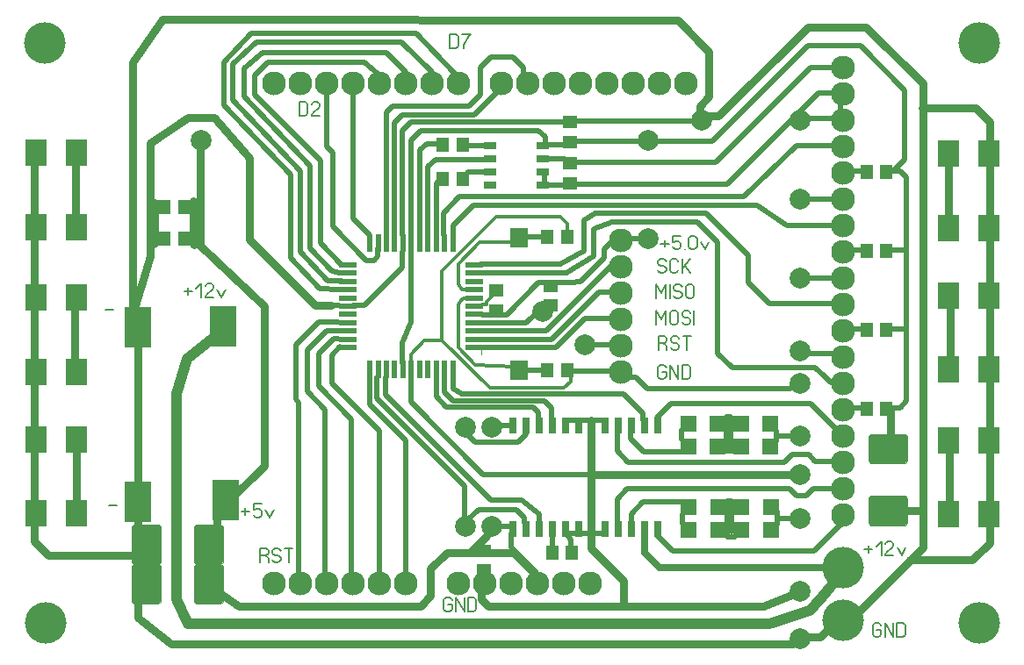
<source format=gbr>
%FSLAX34Y34*%
%MOMM*%
%LNCOPPER_TOP*%
G71*
G01*
%ADD10C, 2.300*%
%ADD11C, 0.170*%
%ADD12R, 1.800X0.600*%
%ADD13R, 0.600X1.800*%
%ADD14C, 0.100*%
%ADD15R, 1.800X1.900*%
%ADD16R, 1.300X1.400*%
%ADD17C, 0.300*%
%ADD18C, 0.500*%
%ADD19R, 1.600X1.600*%
%ADD20R, 0.670X1.600*%
%ADD21C, 2.000*%
%ADD22C, 0.800*%
%ADD23R, 1.270X0.650*%
%ADD24R, 1.400X1.300*%
%ADD25C, 4.000*%
%ADD26C, 0.700*%
%ADD27R, 2.500X4.000*%
%ADD28C, 1.000*%
%ADD29C, 0.000*%
%ADD30R, 0.500X0.500*%
%ADD31R, 2.000X2.500*%
%LPD*%
X252412Y-70325D02*
G54D10*
D03*
X277812Y-70325D02*
G54D10*
D03*
X303212Y-70325D02*
G54D10*
D03*
X328612Y-70325D02*
G54D10*
D03*
X354012Y-70325D02*
G54D10*
D03*
X379412Y-70325D02*
G54D10*
D03*
X404812Y-70325D02*
G54D10*
D03*
X430212Y-70325D02*
G54D10*
D03*
X471488Y-70325D02*
G54D10*
D03*
X496888Y-70325D02*
G54D10*
D03*
X522288Y-70325D02*
G54D10*
D03*
X547688Y-70325D02*
G54D10*
D03*
X573088Y-70325D02*
G54D10*
D03*
X598488Y-70325D02*
G54D10*
D03*
X623888Y-70325D02*
G54D10*
D03*
X649288Y-70325D02*
G54D10*
D03*
X252412Y-552925D02*
G54D10*
D03*
X277812Y-552925D02*
G54D10*
D03*
X303212Y-552925D02*
G54D10*
D03*
X328612Y-552925D02*
G54D10*
D03*
X354012Y-552925D02*
G54D10*
D03*
X379412Y-552925D02*
G54D10*
D03*
X430212Y-552925D02*
G54D10*
D03*
X455612Y-552925D02*
G54D10*
D03*
X481012Y-552925D02*
G54D10*
D03*
X506412Y-552925D02*
G54D10*
D03*
X531812Y-552925D02*
G54D10*
D03*
X557212Y-552925D02*
G54D10*
D03*
G54D11*
X242950Y-525415D02*
X245950Y-527081D01*
X246950Y-528748D01*
X246950Y-532081D01*
G54D11*
X238950Y-532081D02*
X238950Y-518748D01*
X243950Y-518748D01*
X245950Y-519581D01*
X246950Y-521248D01*
X246950Y-522915D01*
X245950Y-524581D01*
X243950Y-525415D01*
X238950Y-525415D01*
G54D11*
X250650Y-529581D02*
X251650Y-531248D01*
X253650Y-532081D01*
X255650Y-532081D01*
X257650Y-531248D01*
X258650Y-529581D01*
X258650Y-527915D01*
X257650Y-526248D01*
X255650Y-525415D01*
X253650Y-525415D01*
X251650Y-524581D01*
X250650Y-522915D01*
X250650Y-521248D01*
X251650Y-519581D01*
X253650Y-518748D01*
X255650Y-518748D01*
X257650Y-519581D01*
X258650Y-521248D01*
G54D11*
X266350Y-532081D02*
X266350Y-518748D01*
G54D11*
X262350Y-518748D02*
X270350Y-518748D01*
G54D11*
X276600Y-101075D02*
X276600Y-87742D01*
X281600Y-87742D01*
X283600Y-88575D01*
X284600Y-90242D01*
X284600Y-98575D01*
X283600Y-100242D01*
X281600Y-101075D01*
X276600Y-101075D01*
G54D11*
X296300Y-101075D02*
X288300Y-101075D01*
X288300Y-100242D01*
X289300Y-98575D01*
X295300Y-93575D01*
X296300Y-91908D01*
X296300Y-90242D01*
X295300Y-88575D01*
X293300Y-87742D01*
X291300Y-87742D01*
X289300Y-88575D01*
X288300Y-90242D01*
G54D11*
X421856Y-35988D02*
X421856Y-22654D01*
X426856Y-22654D01*
X428856Y-23488D01*
X429856Y-25154D01*
X429856Y-33488D01*
X428856Y-35154D01*
X426856Y-35988D01*
X421856Y-35988D01*
G54D11*
X433556Y-22654D02*
X441556Y-22654D01*
X440556Y-24321D01*
X438556Y-26821D01*
X436556Y-30154D01*
X435556Y-32654D01*
X435556Y-35988D01*
X323658Y-245088D02*
G54D12*
D03*
X323657Y-253088D02*
G54D12*
D03*
X323657Y-261088D02*
G54D12*
D03*
X323658Y-269088D02*
G54D12*
D03*
X323658Y-277088D02*
G54D12*
D03*
X323658Y-285088D02*
G54D12*
D03*
X323657Y-293088D02*
G54D12*
D03*
X323658Y-301088D02*
G54D12*
D03*
X323658Y-309088D02*
G54D12*
D03*
X323657Y-317088D02*
G54D12*
D03*
X323658Y-325088D02*
G54D12*
D03*
X344657Y-346088D02*
G54D13*
D03*
X352657Y-346088D02*
G54D13*
D03*
X360657Y-346088D02*
G54D13*
D03*
X368657Y-346088D02*
G54D13*
D03*
X376658Y-346088D02*
G54D13*
D03*
X384658Y-346088D02*
G54D13*
D03*
X392658Y-346088D02*
G54D13*
D03*
X400657Y-346088D02*
G54D13*
D03*
X408657Y-346088D02*
G54D13*
D03*
X416657Y-346088D02*
G54D13*
D03*
X424657Y-346088D02*
G54D13*
D03*
X445658Y-325088D02*
G54D12*
D03*
X445657Y-317088D02*
G54D12*
D03*
X445658Y-309088D02*
G54D12*
D03*
X445658Y-301088D02*
G54D12*
D03*
X445657Y-293088D02*
G54D12*
D03*
X445657Y-285088D02*
G54D12*
D03*
X445657Y-277088D02*
G54D12*
D03*
X445657Y-269088D02*
G54D12*
D03*
X445658Y-261088D02*
G54D12*
D03*
X445657Y-253088D02*
G54D12*
D03*
X445657Y-245088D02*
G54D12*
D03*
X424657Y-224088D02*
G54D13*
D03*
X416657Y-224088D02*
G54D13*
D03*
X408657Y-224088D02*
G54D13*
D03*
X400658Y-224088D02*
G54D13*
D03*
X392658Y-224088D02*
G54D13*
D03*
X384657Y-224088D02*
G54D13*
D03*
X376658Y-224088D02*
G54D13*
D03*
X368657Y-224088D02*
G54D13*
D03*
X360657Y-224088D02*
G54D13*
D03*
X352658Y-224088D02*
G54D13*
D03*
X344658Y-224088D02*
G54D13*
D03*
G54D14*
X451770Y-326676D02*
X451832Y-331501D01*
X488350Y-347125D02*
G54D15*
D03*
X488350Y-219225D02*
G54D15*
D03*
X534788Y-218138D02*
G54D16*
D03*
X515788Y-218138D02*
G54D16*
D03*
G54D17*
X483988Y-343550D02*
X445888Y-341962D01*
X430012Y-324500D01*
X430012Y-283225D01*
X433188Y-278462D01*
X439538Y-276875D01*
G54D17*
X482400Y-222900D02*
X450650Y-222900D01*
X430012Y-244331D01*
X430012Y-264175D01*
X433188Y-268938D01*
X439538Y-268938D01*
X534788Y-346725D02*
G54D16*
D03*
X515788Y-346725D02*
G54D16*
D03*
G54D18*
X512562Y-346725D02*
X493512Y-346725D01*
G54D18*
X512562Y-218138D02*
X495100Y-218138D01*
G54D18*
X328612Y-77469D02*
X328612Y-200500D01*
X344488Y-216375D01*
G54D18*
X352425Y-60800D02*
X339725Y-49688D01*
X246062Y-49688D01*
X233362Y-62388D01*
X233362Y-81438D01*
X296862Y-144938D01*
X296862Y-224312D01*
X317500Y-244950D01*
G54D18*
X379412Y-60800D02*
X379412Y-59212D01*
X360362Y-40162D01*
X241300Y-40162D01*
X223838Y-56038D01*
X223838Y-83025D01*
X287338Y-149700D01*
X287338Y-229075D01*
X307975Y-251300D01*
X315912Y-252888D01*
G54D18*
X404812Y-62388D02*
X404812Y-59212D01*
X374650Y-30638D01*
X234950Y-30638D01*
X212725Y-51275D01*
X212725Y-86200D01*
X277812Y-154462D01*
X277812Y-233044D01*
X304006Y-260825D01*
X317500Y-260825D01*
G54D18*
X427038Y-60800D02*
X427038Y-60800D01*
X389731Y-21906D01*
X230188Y-21906D01*
X203994Y-49688D01*
X203994Y-90962D01*
X268288Y-158431D01*
X268288Y-238600D01*
X296069Y-267969D01*
X315912Y-268762D01*
G54D18*
X379412Y-546575D02*
X379412Y-414812D01*
X344488Y-379888D01*
X344488Y-354488D01*
G54D18*
X354012Y-546575D02*
X354012Y-405288D01*
X307975Y-359250D01*
X307975Y-332262D01*
X315912Y-324325D01*
G54D18*
X327025Y-544988D02*
X327025Y-394175D01*
X295275Y-362425D01*
X295275Y-330675D01*
X309562Y-316388D01*
X314325Y-316388D01*
G54D18*
X301625Y-544988D02*
X301625Y-384650D01*
X284162Y-367188D01*
X284162Y-327500D01*
X303212Y-308450D01*
X314325Y-308450D01*
G54D18*
X276225Y-543400D02*
X276225Y-378300D01*
X273050Y-375125D01*
X273050Y-322738D01*
X295275Y-300512D01*
X314325Y-300512D01*
X703100Y-501356D02*
G54D19*
D03*
X731100Y-501356D02*
G54D19*
D03*
X703100Y-479131D02*
G54D19*
D03*
X731100Y-479131D02*
G54D19*
D03*
X652300Y-501356D02*
G54D19*
D03*
X680300Y-501356D02*
G54D19*
D03*
X652300Y-479131D02*
G54D19*
D03*
X680300Y-479131D02*
G54D19*
D03*
G54D18*
X645988Y-485506D02*
X645988Y-495031D01*
G54D18*
X696788Y-507731D02*
X688850Y-507731D01*
X688850Y-472806D01*
X693612Y-472806D01*
X693612Y-502969D01*
X482188Y-500175D02*
G54D20*
D03*
X494888Y-500175D02*
G54D20*
D03*
X507588Y-500175D02*
G54D20*
D03*
X520288Y-500175D02*
G54D20*
D03*
X532988Y-500175D02*
G54D20*
D03*
X545688Y-500175D02*
G54D20*
D03*
X558388Y-500175D02*
G54D20*
D03*
X571088Y-500175D02*
G54D20*
D03*
X583788Y-500175D02*
G54D20*
D03*
X596488Y-500175D02*
G54D20*
D03*
X609188Y-500175D02*
G54D20*
D03*
X621888Y-500175D02*
G54D20*
D03*
X621888Y-400175D02*
G54D20*
D03*
X609188Y-400175D02*
G54D20*
D03*
X596488Y-400175D02*
G54D20*
D03*
X583788Y-400175D02*
G54D20*
D03*
X571088Y-400175D02*
G54D20*
D03*
X558388Y-400175D02*
G54D20*
D03*
X545688Y-400175D02*
G54D20*
D03*
X532988Y-400175D02*
G54D20*
D03*
X520288Y-400175D02*
G54D20*
D03*
X507588Y-400175D02*
G54D20*
D03*
X494888Y-400175D02*
G54D20*
D03*
X482188Y-400175D02*
G54D20*
D03*
X702306Y-420394D02*
G54D19*
D03*
X730306Y-420394D02*
G54D19*
D03*
X702306Y-398169D02*
G54D19*
D03*
X730306Y-398169D02*
G54D19*
D03*
X651506Y-420394D02*
G54D19*
D03*
X679506Y-420394D02*
G54D19*
D03*
X651506Y-398169D02*
G54D19*
D03*
X679506Y-398169D02*
G54D19*
D03*
G54D18*
X645194Y-404544D02*
X645194Y-414069D01*
G54D18*
X695994Y-425181D02*
X688056Y-425181D01*
X688056Y-391844D01*
X692819Y-391844D01*
X692819Y-422006D01*
G54D18*
X737788Y-496244D02*
X737788Y-483544D01*
G54D18*
X736994Y-415281D02*
X736994Y-405756D01*
X539575Y-522638D02*
G54D16*
D03*
X520575Y-522638D02*
G54D16*
D03*
G54D18*
X571100Y-395438D02*
X536175Y-395438D01*
X461962Y-402112D02*
G54D21*
D03*
X436562Y-402112D02*
G54D21*
D03*
G54D18*
X468312Y-400525D02*
X481012Y-400525D01*
G54D18*
X438150Y-408462D02*
X446088Y-416400D01*
X487362Y-416400D01*
X495300Y-408462D01*
X461962Y-497362D02*
G54D21*
D03*
X436562Y-497362D02*
G54D21*
D03*
G54D18*
X468312Y-497362D02*
X479425Y-497362D01*
G54D18*
X439738Y-492600D02*
X439738Y-491012D01*
X449262Y-481488D01*
X485775Y-481488D01*
X493712Y-489425D01*
X493712Y-494188D01*
G54D18*
X520700Y-505300D02*
X520700Y-516412D01*
G54D18*
X538162Y-518000D02*
X538162Y-510062D01*
X533400Y-504506D01*
X569912Y-504506D01*
G54D18*
X351631Y-353694D02*
X351631Y-374331D01*
X435769Y-458469D01*
X435769Y-493394D01*
G54D18*
X359569Y-353694D02*
X359569Y-370362D01*
X461169Y-471962D01*
X491331Y-471962D01*
X508000Y-485456D01*
X508000Y-493394D01*
X507206Y-494188D01*
G54D18*
X596106Y-406081D02*
X596106Y-413225D01*
X608806Y-425925D01*
X644525Y-425925D01*
X645319Y-425131D01*
G54D18*
X596900Y-493394D02*
X596900Y-485456D01*
X608012Y-474344D01*
X646112Y-474344D01*
G54D18*
X481012Y-504506D02*
X481012Y-518000D01*
X505619Y-542606D01*
X800812Y-410131D02*
G54D10*
D03*
X800812Y-435531D02*
G54D10*
D03*
X800812Y-460931D02*
G54D10*
D03*
X800812Y-486331D02*
G54D10*
D03*
G54D18*
X621506Y-394175D02*
X621506Y-392588D01*
X635000Y-379094D01*
X769938Y-379094D01*
X796131Y-405288D01*
G54D18*
X621506Y-506094D02*
X636588Y-521175D01*
X773112Y-521175D01*
X798512Y-495775D01*
X759619Y-410844D02*
G54D21*
D03*
X759619Y-447356D02*
G54D21*
D03*
X759619Y-490219D02*
G54D21*
D03*
G54D18*
X583406Y-492600D02*
X583406Y-471169D01*
X592931Y-461644D01*
X749300Y-461644D01*
X755650Y-467994D01*
X765175Y-467994D01*
X772319Y-460850D01*
X792162Y-460850D01*
G54D18*
X583406Y-406875D02*
X583406Y-425131D01*
X593725Y-435450D01*
X744538Y-435450D01*
X751681Y-428306D01*
X767556Y-428306D01*
X773906Y-434656D01*
X793750Y-434656D01*
G54D18*
X737394Y-410050D02*
X751681Y-410050D01*
G54D18*
X738981Y-490219D02*
X754062Y-490219D01*
G54D22*
X752475Y-447356D02*
X558800Y-447356D01*
X586475Y-221256D02*
G54D10*
D03*
X586475Y-246656D02*
G54D10*
D03*
X586475Y-272056D02*
G54D10*
D03*
X586475Y-297456D02*
G54D10*
D03*
X586475Y-322856D02*
G54D10*
D03*
X586475Y-348256D02*
G54D10*
D03*
G54D18*
X451644Y-325119D02*
X523875Y-325119D01*
X551656Y-297338D01*
X578644Y-297338D01*
G54D11*
X620275Y-302688D02*
X620275Y-289354D01*
X625275Y-297688D01*
X630275Y-289354D01*
X630275Y-302688D01*
G54D11*
X641975Y-291854D02*
X641975Y-300188D01*
X640975Y-301854D01*
X638975Y-302688D01*
X636975Y-302688D01*
X634975Y-301854D01*
X633975Y-300188D01*
X633975Y-291854D01*
X634975Y-290188D01*
X636975Y-289354D01*
X638975Y-289354D01*
X640975Y-290188D01*
X641975Y-291854D01*
G54D11*
X645675Y-300188D02*
X646675Y-301854D01*
X648675Y-302688D01*
X650675Y-302688D01*
X652675Y-301854D01*
X653675Y-300188D01*
X653675Y-298521D01*
X652675Y-296854D01*
X650675Y-296021D01*
X648675Y-296021D01*
X646675Y-295188D01*
X645675Y-293521D01*
X645675Y-291854D01*
X646675Y-290188D01*
X648675Y-289354D01*
X650675Y-289354D01*
X652675Y-290188D01*
X653675Y-291854D01*
G54D11*
X657375Y-302688D02*
X657375Y-289354D01*
G54D11*
X620275Y-277288D02*
X620275Y-263954D01*
X625275Y-272288D01*
X630275Y-263954D01*
X630275Y-277288D01*
G54D11*
X633975Y-277288D02*
X633975Y-263954D01*
G54D11*
X637675Y-274788D02*
X638675Y-276454D01*
X640675Y-277288D01*
X642675Y-277288D01*
X644675Y-276454D01*
X645675Y-274788D01*
X645675Y-273121D01*
X644675Y-271454D01*
X642675Y-270621D01*
X640675Y-270621D01*
X638675Y-269788D01*
X637675Y-268121D01*
X637675Y-266454D01*
X638675Y-264788D01*
X640675Y-263954D01*
X642675Y-263954D01*
X644675Y-264788D01*
X645675Y-266454D01*
G54D11*
X657375Y-266454D02*
X657375Y-274788D01*
X656375Y-276454D01*
X654375Y-277288D01*
X652375Y-277288D01*
X650375Y-276454D01*
X649375Y-274788D01*
X649375Y-266454D01*
X650375Y-264788D01*
X652375Y-263954D01*
X654375Y-263954D01*
X656375Y-264788D01*
X657375Y-266454D01*
G54D11*
X622331Y-250181D02*
X623331Y-251848D01*
X625331Y-252681D01*
X627331Y-252681D01*
X629331Y-251848D01*
X630331Y-250181D01*
X630331Y-248515D01*
X629331Y-246848D01*
X627331Y-246015D01*
X625331Y-246015D01*
X623331Y-245181D01*
X622331Y-243515D01*
X622331Y-241848D01*
X623331Y-240181D01*
X625331Y-239348D01*
X627331Y-239348D01*
X629331Y-240181D01*
X630331Y-241848D01*
G54D11*
X642031Y-250181D02*
X641031Y-251848D01*
X639031Y-252681D01*
X637031Y-252681D01*
X635031Y-251848D01*
X634031Y-250181D01*
X634031Y-241848D01*
X635031Y-240181D01*
X637031Y-239348D01*
X639031Y-239348D01*
X641031Y-240181D01*
X642031Y-241848D01*
G54D11*
X645731Y-252681D02*
X645731Y-239348D01*
G54D11*
X645731Y-248515D02*
X653731Y-239348D01*
G54D11*
X648731Y-246015D02*
X653731Y-252681D01*
G54D18*
X450850Y-317181D02*
X519906Y-317181D01*
X565150Y-271938D01*
X577056Y-271938D01*
X577850Y-271144D01*
G54D18*
X450850Y-308450D02*
X515144Y-308450D01*
X577056Y-246538D01*
X511175Y-290194D02*
G54D21*
D03*
X551656Y-322738D02*
G54D21*
D03*
G54D11*
X627125Y-320627D02*
X630125Y-322294D01*
X631125Y-323960D01*
X631125Y-327294D01*
G54D11*
X623125Y-327294D02*
X623125Y-313960D01*
X628125Y-313960D01*
X630125Y-314794D01*
X631125Y-316460D01*
X631125Y-318127D01*
X630125Y-319794D01*
X628125Y-320627D01*
X623125Y-320627D01*
G54D11*
X634825Y-324794D02*
X635825Y-326460D01*
X637825Y-327294D01*
X639825Y-327294D01*
X641825Y-326460D01*
X642825Y-324794D01*
X642825Y-323127D01*
X641825Y-321460D01*
X639825Y-320627D01*
X637825Y-320627D01*
X635825Y-319794D01*
X634825Y-318127D01*
X634825Y-316460D01*
X635825Y-314794D01*
X637825Y-313960D01*
X639825Y-313960D01*
X641825Y-314794D01*
X642825Y-316460D01*
G54D11*
X650525Y-327294D02*
X650525Y-313960D01*
G54D11*
X646525Y-313960D02*
X654525Y-313960D01*
G54D11*
X626331Y-348408D02*
X630331Y-348408D01*
X630331Y-352575D01*
X629331Y-354242D01*
X627331Y-355075D01*
X625331Y-355075D01*
X623331Y-354242D01*
X622331Y-352575D01*
X622331Y-344242D01*
X623331Y-342575D01*
X625331Y-341742D01*
X627331Y-341742D01*
X629331Y-342575D01*
X630331Y-344242D01*
G54D11*
X634031Y-355075D02*
X634031Y-341742D01*
X642031Y-355075D01*
X642031Y-341742D01*
G54D11*
X645731Y-355075D02*
X645731Y-341742D01*
X650731Y-341742D01*
X652731Y-342575D01*
X653731Y-344242D01*
X653731Y-352575D01*
X652731Y-354242D01*
X650731Y-355075D01*
X645731Y-355075D01*
G54D11*
X624950Y-224623D02*
X632950Y-224623D01*
G54D11*
X628950Y-221290D02*
X628950Y-227956D01*
G54D11*
X644650Y-217123D02*
X636650Y-217123D01*
X636650Y-222956D01*
X637650Y-222956D01*
X639650Y-222123D01*
X641650Y-222123D01*
X643650Y-222956D01*
X644650Y-224623D01*
X644650Y-227956D01*
X643650Y-229623D01*
X641650Y-230456D01*
X639650Y-230456D01*
X637650Y-229623D01*
X636650Y-227956D01*
G54D11*
X648350Y-230456D02*
X648350Y-230456D01*
G54D11*
X660050Y-219623D02*
X660050Y-227956D01*
X659050Y-229623D01*
X657050Y-230456D01*
X655050Y-230456D01*
X653050Y-229623D01*
X652050Y-227956D01*
X652050Y-219623D01*
X653050Y-217956D01*
X655050Y-217123D01*
X657050Y-217123D01*
X659050Y-217956D01*
X660050Y-219623D01*
G54D11*
X663750Y-222956D02*
X667750Y-230456D01*
X671750Y-222956D01*
G54D18*
X556419Y-322738D02*
X580231Y-322738D01*
G54D18*
X451644Y-301306D02*
X495300Y-301306D01*
X513556Y-283050D01*
G54D18*
X534194Y-348138D02*
X582612Y-348138D01*
X583406Y-348931D01*
G54D18*
X424656Y-353694D02*
X424656Y-364806D01*
X433388Y-369569D01*
X588962Y-369569D01*
X608012Y-388619D01*
X608012Y-394969D01*
X759619Y-360044D02*
G54D21*
D03*
G54D18*
X588169Y-353694D02*
X600869Y-353694D01*
X611981Y-364806D01*
X750094Y-364806D01*
X754856Y-360044D01*
X759619Y-560069D02*
G54D21*
D03*
G54D22*
X452438Y-559275D02*
X452438Y-568006D01*
X458788Y-574356D01*
X723900Y-574356D01*
X753269Y-562450D01*
G54D11*
X419956Y-573040D02*
X423956Y-573040D01*
X423956Y-577206D01*
X422956Y-578873D01*
X420956Y-579706D01*
X418956Y-579706D01*
X416956Y-578873D01*
X415956Y-577206D01*
X415956Y-568873D01*
X416956Y-567206D01*
X418956Y-566373D01*
X420956Y-566373D01*
X422956Y-567206D01*
X423956Y-568873D01*
G54D11*
X427656Y-579706D02*
X427656Y-566373D01*
X435656Y-579706D01*
X435656Y-566373D01*
G54D11*
X439356Y-579706D02*
X439356Y-566373D01*
X444356Y-566373D01*
X446356Y-567206D01*
X447356Y-568873D01*
X447356Y-577206D01*
X446356Y-578873D01*
X444356Y-579706D01*
X439356Y-579706D01*
X511119Y-130462D02*
G54D23*
D03*
X511119Y-143162D02*
G54D23*
D03*
X511119Y-155862D02*
G54D23*
D03*
X511119Y-168562D02*
G54D23*
D03*
X460319Y-168562D02*
G54D23*
D03*
X460319Y-155862D02*
G54D23*
D03*
X460319Y-143162D02*
G54D23*
D03*
X460319Y-130462D02*
G54D23*
D03*
X434006Y-128938D02*
G54D16*
D03*
X415006Y-128938D02*
G54D16*
D03*
X434006Y-162275D02*
G54D16*
D03*
X415006Y-162275D02*
G54D16*
D03*
X537225Y-166162D02*
G54D24*
D03*
X537225Y-147162D02*
G54D24*
D03*
G54D18*
X512762Y-167956D02*
X512762Y-157638D01*
X511969Y-156844D01*
G54D18*
X514350Y-167956D02*
X531812Y-167956D01*
G54D18*
X515938Y-142556D02*
X532606Y-142556D01*
G54D18*
X438944Y-156844D02*
X438944Y-156050D01*
X439738Y-155256D01*
X457994Y-155256D01*
G54D18*
X435769Y-129856D02*
X455612Y-129856D01*
G54D18*
X360362Y-217169D02*
X360362Y-98106D01*
X366712Y-91756D01*
X440531Y-91756D01*
X450850Y-81438D01*
X450850Y-55244D01*
X461169Y-44925D01*
X482600Y-44925D01*
X492919Y-55244D01*
X492919Y-60006D01*
G54D18*
X368300Y-217169D02*
X368300Y-108425D01*
X376238Y-100488D01*
X445294Y-100488D01*
X468312Y-77469D01*
G54D18*
X392906Y-217169D02*
X392906Y-134619D01*
X399256Y-128269D01*
X412750Y-128269D01*
G54D18*
X400844Y-225900D02*
X400844Y-150494D01*
X407988Y-143350D01*
X455612Y-143350D01*
G54D18*
X408781Y-217169D02*
X408781Y-166369D01*
X411162Y-163194D01*
G54D18*
X384175Y-217962D02*
X384175Y-125094D01*
X393700Y-115569D01*
X507206Y-115569D01*
X513556Y-121919D01*
X513556Y-129062D01*
X537294Y-107431D02*
G54D24*
D03*
X537294Y-126431D02*
G54D24*
D03*
G54D18*
X515144Y-129062D02*
X534194Y-129062D01*
X800781Y-232400D02*
G54D10*
D03*
X800781Y-257800D02*
G54D10*
D03*
X800781Y-308600D02*
G54D10*
D03*
X800781Y-334000D02*
G54D10*
D03*
X800781Y-359400D02*
G54D10*
D03*
G54D18*
X376238Y-216375D02*
X376238Y-115569D01*
X384175Y-107631D01*
G54D18*
X384175Y-107631D02*
X531812Y-107631D01*
X532606Y-106838D01*
G54D18*
X303212Y-80644D02*
X303212Y-131444D01*
X308769Y-137000D01*
X308769Y-208438D01*
X341312Y-240981D01*
X348456Y-240981D01*
X352425Y-237012D01*
X352425Y-229075D01*
X800781Y-207000D02*
G54D10*
D03*
X800781Y-156200D02*
G54D10*
D03*
X800781Y-181600D02*
G54D10*
D03*
X800781Y-130800D02*
G54D10*
D03*
X800781Y-80000D02*
G54D10*
D03*
X800781Y-105400D02*
G54D10*
D03*
X800781Y-54600D02*
G54D10*
D03*
X800781Y-283200D02*
G54D10*
D03*
X800781Y-384800D02*
G54D10*
D03*
X800781Y-537200D02*
G54D25*
D03*
X800781Y-588000D02*
G54D25*
D03*
G54D18*
X539750Y-146525D02*
X677862Y-146525D01*
X769938Y-54450D01*
X795338Y-54450D01*
G54D18*
X538162Y-167162D02*
X688975Y-167162D01*
X777081Y-79056D01*
X796131Y-79056D01*
X842762Y-155431D02*
G54D16*
D03*
X823762Y-155431D02*
G54D16*
D03*
X842762Y-231631D02*
G54D16*
D03*
X823762Y-231631D02*
G54D16*
D03*
X842762Y-307831D02*
G54D16*
D03*
X823762Y-307831D02*
G54D16*
D03*
X842762Y-384031D02*
G54D16*
D03*
X823762Y-384031D02*
G54D16*
D03*
G54D18*
X804862Y-154462D02*
X823912Y-154462D01*
G54D18*
X804862Y-230662D02*
X823912Y-230662D01*
G54D18*
X804862Y-306862D02*
X823912Y-306862D01*
G54D18*
X804862Y-383062D02*
X823912Y-383062D01*
G54D18*
X842962Y-154462D02*
X855662Y-154462D01*
X862012Y-160812D01*
X862012Y-376712D01*
X855662Y-383062D01*
X842962Y-383062D01*
G54D18*
X842962Y-306862D02*
X862012Y-306862D01*
G54D18*
X842962Y-230662D02*
X862012Y-230662D01*
X759619Y-106044D02*
G54D21*
D03*
X759619Y-182244D02*
G54D21*
D03*
X759619Y-258444D02*
G54D21*
D03*
X759619Y-328294D02*
G54D21*
D03*
G54D18*
X766762Y-103662D02*
X792162Y-103662D01*
G54D18*
X798512Y-97312D02*
X798512Y-84612D01*
G54D18*
X415925Y-216375D02*
X415925Y-195738D01*
X431006Y-179069D01*
X705644Y-179069D01*
X755650Y-129856D01*
X793750Y-129856D01*
G54D18*
X766762Y-182244D02*
X790575Y-182244D01*
G54D18*
X765969Y-258444D02*
X791369Y-258444D01*
X792162Y-259238D01*
G54D18*
X764381Y-330675D02*
X792956Y-330675D01*
X793750Y-331469D01*
G54D18*
X424656Y-216375D02*
X424656Y-207644D01*
X444500Y-187800D01*
X718344Y-187800D01*
X746919Y-206850D01*
X794544Y-206850D01*
G54D18*
X451644Y-252888D02*
X534194Y-252888D01*
X560388Y-237012D01*
X560388Y-210819D01*
X578644Y-203675D01*
X660400Y-203675D01*
X680244Y-223519D01*
X680244Y-330675D01*
X694531Y-344169D01*
X773906Y-344169D01*
X783431Y-352900D01*
X788988Y-358456D01*
G54D18*
X451644Y-244156D02*
X528638Y-244156D01*
X550862Y-231456D01*
X550862Y-202088D01*
X561975Y-195738D01*
X669131Y-195738D01*
X709612Y-236219D01*
X709612Y-262412D01*
X729456Y-282256D01*
X792162Y-282256D01*
X792956Y-283050D01*
X612775Y-220344D02*
G54D21*
D03*
G54D18*
X592138Y-220344D02*
X606425Y-220344D01*
X612775Y-125094D02*
G54D21*
D03*
G54D18*
X541338Y-125888D02*
X608012Y-125888D01*
G54D18*
X620712Y-125888D02*
X674688Y-125888D01*
X766762Y-33812D01*
X817562Y-33812D01*
X860425Y-76675D01*
X860425Y-143350D01*
X849312Y-154462D01*
G54D11*
X833500Y-597646D02*
X837500Y-597646D01*
X837500Y-601812D01*
X836500Y-603479D01*
X834500Y-604312D01*
X832500Y-604312D01*
X830500Y-603479D01*
X829500Y-601812D01*
X829500Y-593479D01*
X830500Y-591812D01*
X832500Y-590979D01*
X834500Y-590979D01*
X836500Y-591812D01*
X837500Y-593479D01*
G54D11*
X841200Y-604312D02*
X841200Y-590979D01*
X849200Y-604312D01*
X849200Y-590979D01*
G54D11*
X852900Y-604312D02*
X852900Y-590979D01*
X857900Y-590979D01*
X859900Y-591812D01*
X860900Y-593479D01*
X860900Y-601812D01*
X859900Y-603479D01*
X857900Y-604312D01*
X852900Y-604312D01*
G54D11*
X821181Y-519898D02*
X829181Y-519898D01*
G54D11*
X825181Y-516565D02*
X825181Y-523231D01*
G54D11*
X832881Y-517398D02*
X837881Y-512398D01*
X837881Y-525731D01*
G54D11*
X849581Y-525731D02*
X841581Y-525731D01*
X841581Y-524898D01*
X842581Y-523231D01*
X848581Y-518231D01*
X849581Y-516565D01*
X849581Y-514898D01*
X848581Y-513231D01*
X846581Y-512398D01*
X844581Y-512398D01*
X842581Y-513231D01*
X841581Y-514898D01*
G54D11*
X853281Y-518231D02*
X857281Y-525731D01*
X861281Y-518231D01*
G54D26*
X609600Y-506888D02*
X609600Y-522762D01*
X623888Y-537050D01*
X792162Y-537050D01*
X121419Y-473625D02*
G54D27*
D03*
X205556Y-472038D02*
G54D27*
D03*
X203175Y-304556D02*
G54D27*
D03*
X121419Y-305350D02*
G54D27*
D03*
G54D11*
X89519Y-288910D02*
X97519Y-288910D01*
G54D11*
X92694Y-477029D02*
X100694Y-477029D01*
G54D11*
X220694Y-483385D02*
X228694Y-483385D01*
G54D11*
X224694Y-480052D02*
X224694Y-486719D01*
G54D11*
X240394Y-475885D02*
X232394Y-475885D01*
X232394Y-481719D01*
X233394Y-481719D01*
X235394Y-480885D01*
X237394Y-480885D01*
X239394Y-481719D01*
X240394Y-483385D01*
X240394Y-486719D01*
X239394Y-488385D01*
X237394Y-489219D01*
X235394Y-489219D01*
X233394Y-488385D01*
X232394Y-486719D01*
G54D11*
X244094Y-481719D02*
X248094Y-489219D01*
X252094Y-481719D01*
G54D11*
X165544Y-270660D02*
X173544Y-270660D01*
G54D11*
X169544Y-267327D02*
X169544Y-273994D01*
G54D11*
X177244Y-268160D02*
X182244Y-263160D01*
X182244Y-276494D01*
G54D11*
X193944Y-276494D02*
X185944Y-276494D01*
X185944Y-275660D01*
X186944Y-273994D01*
X192944Y-268994D01*
X193944Y-267327D01*
X193944Y-265660D01*
X192944Y-263994D01*
X190944Y-263160D01*
X188944Y-263160D01*
X186944Y-263994D01*
X185944Y-265660D01*
G54D11*
X197644Y-268994D02*
X201644Y-276494D01*
X205644Y-268994D01*
G54D28*
X799306Y-543400D02*
X778669Y-568006D01*
X769144Y-579119D01*
X729456Y-591819D01*
X169069Y-591819D01*
X157956Y-568006D01*
X158353Y-369966D01*
X168275Y-336231D01*
X206375Y-305275D01*
G54D22*
X457200Y-506094D02*
X457200Y-506888D01*
X441325Y-522762D01*
X419100Y-522762D01*
X403225Y-538638D01*
X403225Y-564831D01*
X393700Y-574356D01*
X218281Y-574356D01*
X193675Y-557688D01*
G54D18*
X376238Y-340200D02*
X376238Y-320356D01*
X384175Y-300512D01*
X384175Y-229869D01*
X181769Y-125094D02*
G54D21*
D03*
G54D22*
X180975Y-130650D02*
X180975Y-226694D01*
X242888Y-285431D01*
X242888Y-439419D01*
X209550Y-471169D01*
G54D22*
X442119Y-522762D02*
X483394Y-522762D01*
X505619Y-544988D01*
X759619Y-606106D02*
G54D21*
D03*
G54D22*
X765969Y-604519D02*
X778669Y-604519D01*
X792162Y-591025D01*
G54D22*
X120650Y-317181D02*
X120650Y-585469D01*
X153194Y-610869D01*
X752475Y-610869D01*
X757238Y-606106D01*
X664369Y-106044D02*
G54D21*
D03*
G54D18*
X542925Y-106838D02*
X660400Y-106838D01*
G54D17*
X384175Y-338612D02*
X384175Y-331469D01*
X396875Y-317975D01*
X414338Y-317975D01*
X460375Y-364012D01*
X531812Y-364012D01*
X538162Y-357662D01*
X538162Y-349725D01*
G54D17*
X414338Y-317975D02*
X414338Y-251300D01*
X466725Y-198912D01*
X528638Y-198912D01*
X534988Y-205262D01*
X534988Y-216375D01*
G54D18*
X376238Y-232250D02*
X376238Y-248125D01*
X339725Y-284638D01*
X328612Y-284638D01*
G54D22*
X307181Y-284638D02*
X292100Y-284638D01*
X228600Y-221138D01*
X228600Y-141762D01*
X194469Y-102869D01*
X169069Y-102869D01*
X132556Y-127475D01*
X132556Y-237012D01*
X115888Y-292575D01*
X115888Y-49688D01*
X144462Y-8412D01*
X641350Y-9206D01*
X671512Y-39369D01*
X671512Y-83025D01*
X662781Y-91756D01*
X662781Y-101281D01*
X681038Y-101281D01*
X766762Y-15556D01*
X823119Y-15556D01*
X877888Y-70325D01*
X877888Y-518000D01*
X804069Y-591819D01*
G54D18*
X307181Y-284638D02*
X315119Y-284638D01*
G54D18*
X453231Y-293369D02*
X476250Y-293369D01*
X507206Y-262412D01*
X542925Y-262412D01*
X543719Y-261619D01*
X547688Y-261619D01*
X570706Y-238600D01*
X570706Y-229869D01*
X577850Y-222725D01*
X466650Y-270150D02*
G54D24*
D03*
X466650Y-289150D02*
G54D24*
D03*
G54D17*
X453231Y-283844D02*
X456406Y-283844D01*
X457200Y-283050D01*
X457200Y-280669D01*
X461962Y-275906D01*
X454744Y-520975D02*
G54D24*
D03*
X454744Y-539975D02*
G54D24*
D03*
G54D22*
X197644Y-556100D02*
X197644Y-484662D01*
G36*
X115050Y-498000D02*
X117050Y-496000D01*
X141050Y-496000D01*
X143050Y-498000D01*
X143050Y-532000D01*
X141050Y-534000D01*
X117050Y-534000D01*
X115050Y-532000D01*
X115050Y-498000D01*
G37*
G54D29*
X115050Y-498000D02*
X117050Y-496000D01*
X141050Y-496000D01*
X143050Y-498000D01*
X143050Y-532000D01*
X141050Y-534000D01*
X117050Y-534000D01*
X115050Y-532000D01*
X115050Y-498000D01*
G36*
X175050Y-498000D02*
X177050Y-496000D01*
X201050Y-496000D01*
X203050Y-498000D01*
X203050Y-532000D01*
X201050Y-534000D01*
X177050Y-534000D01*
X175050Y-532000D01*
X175050Y-498000D01*
G37*
G54D29*
X175050Y-498000D02*
X177050Y-496000D01*
X201050Y-496000D01*
X203050Y-498000D01*
X203050Y-532000D01*
X201050Y-534000D01*
X177050Y-534000D01*
X175050Y-532000D01*
X175050Y-498000D01*
X121525Y-514038D02*
G54D30*
D03*
X196525Y-513538D02*
G54D30*
D03*
G36*
X114950Y-536100D02*
X116950Y-534100D01*
X140950Y-534100D01*
X142950Y-536100D01*
X142950Y-570100D01*
X140950Y-572100D01*
X116950Y-572100D01*
X114950Y-570100D01*
X114950Y-536100D01*
G37*
G54D29*
X114950Y-536100D02*
X116950Y-534100D01*
X140950Y-534100D01*
X142950Y-536100D01*
X142950Y-570100D01*
X140950Y-572100D01*
X116950Y-572100D01*
X114950Y-570100D01*
X114950Y-536100D01*
G36*
X174950Y-536100D02*
X176950Y-534100D01*
X200950Y-534100D01*
X202950Y-536100D01*
X202950Y-570100D01*
X200950Y-572100D01*
X176950Y-572100D01*
X174950Y-570100D01*
X174950Y-536100D01*
G37*
G54D29*
X174950Y-536100D02*
X176950Y-534100D01*
X200950Y-534100D01*
X202950Y-536100D01*
X202950Y-570100D01*
X200950Y-572100D01*
X176950Y-572100D01*
X174950Y-570100D01*
X174950Y-536100D01*
X121525Y-552138D02*
G54D30*
D03*
X196525Y-551638D02*
G54D30*
D03*
G36*
X861100Y-408400D02*
X863100Y-410400D01*
X863100Y-434400D01*
X861100Y-436400D01*
X827100Y-436400D01*
X825100Y-434400D01*
X825100Y-410400D01*
X827100Y-408400D01*
X861100Y-408400D01*
G37*
G54D29*
X861100Y-408400D02*
X863100Y-410400D01*
X863100Y-434400D01*
X861100Y-436400D01*
X827100Y-436400D01*
X825100Y-434400D01*
X825100Y-410400D01*
X827100Y-408400D01*
X861100Y-408400D01*
G36*
X861100Y-468400D02*
X863100Y-470400D01*
X863100Y-494400D01*
X861100Y-496400D01*
X827100Y-496400D01*
X825100Y-494400D01*
X825100Y-470400D01*
X827100Y-468400D01*
X861100Y-468400D01*
G37*
G54D29*
X861100Y-468400D02*
X863100Y-470400D01*
X863100Y-494400D01*
X861100Y-496400D01*
X827100Y-496400D01*
X825100Y-494400D01*
X825100Y-470400D01*
X827100Y-468400D01*
X861100Y-468400D01*
X845019Y-414919D02*
G54D30*
D03*
X845519Y-489919D02*
G54D30*
D03*
G54D22*
X857250Y-482281D02*
X876300Y-482281D01*
G54D22*
X846931Y-413225D02*
X846931Y-385444D01*
G54D22*
X588962Y-573562D02*
X588962Y-549750D01*
X558006Y-518794D01*
X558006Y-394969D01*
X32431Y-590381D02*
G54D25*
D03*
X31638Y-30788D02*
G54D25*
D03*
X931750Y-30788D02*
G54D25*
D03*
X931750Y-591175D02*
G54D25*
D03*
X165719Y-220219D02*
G54D16*
D03*
X146719Y-220219D02*
G54D16*
D03*
X165719Y-189262D02*
G54D16*
D03*
X146719Y-189262D02*
G54D16*
D03*
G54D22*
X137319Y-184944D02*
X137319Y-223837D01*
X136525Y-224631D01*
G54D22*
X174625Y-183356D02*
X174625Y-225425D01*
X175419Y-226219D01*
X22944Y-137294D02*
G54D31*
D03*
X61838Y-137294D02*
G54D31*
D03*
X22944Y-208731D02*
G54D31*
D03*
X61838Y-208731D02*
G54D31*
D03*
X22944Y-276994D02*
G54D31*
D03*
X61838Y-276994D02*
G54D31*
D03*
X22944Y-348431D02*
G54D31*
D03*
X61838Y-348431D02*
G54D31*
D03*
X22944Y-413519D02*
G54D31*
D03*
X61838Y-413519D02*
G54D31*
D03*
X22944Y-484956D02*
G54D31*
D03*
X61838Y-484956D02*
G54D31*
D03*
G54D22*
X21431Y-140494D02*
X21431Y-511969D01*
X34925Y-525462D01*
X105569Y-525462D01*
X138113Y-526256D01*
G54D22*
X61913Y-415925D02*
X61913Y-480219D01*
X58738Y-483394D01*
G54D22*
X60325Y-279400D02*
X60325Y-344487D01*
X61119Y-345281D01*
G54D22*
X61119Y-138906D02*
X61119Y-204787D01*
X941287Y-485800D02*
G54D31*
D03*
X902394Y-485800D02*
G54D31*
D03*
X941287Y-414362D02*
G54D31*
D03*
X902394Y-414362D02*
G54D31*
D03*
X941287Y-346100D02*
G54D31*
D03*
X902394Y-346100D02*
G54D31*
D03*
X941287Y-274662D02*
G54D31*
D03*
X902394Y-274662D02*
G54D31*
D03*
X941287Y-209575D02*
G54D31*
D03*
X902394Y-209575D02*
G54D31*
D03*
X941287Y-138137D02*
G54D31*
D03*
X902394Y-138137D02*
G54D31*
D03*
G54D22*
X902319Y-207169D02*
X902319Y-142875D01*
X905494Y-139700D01*
G54D22*
X903906Y-343694D02*
X903906Y-278606D01*
X903112Y-277813D01*
G54D22*
X903112Y-484188D02*
X903112Y-418306D01*
G54D22*
X877094Y-93662D02*
X928688Y-93662D01*
X942181Y-107156D01*
X942181Y-513556D01*
X925513Y-530225D01*
X865188Y-530225D01*
G54D18*
X408781Y-353219D02*
X408781Y-372269D01*
X418306Y-382587D01*
X502444Y-382587D01*
X507206Y-387350D01*
X507206Y-393700D01*
G54D18*
X416719Y-353219D02*
X416719Y-368300D01*
X424656Y-376237D01*
X512763Y-376237D01*
X519906Y-383381D01*
X519906Y-394494D01*
G54D18*
X384175Y-353219D02*
X384175Y-377825D01*
X454025Y-447675D01*
X559594Y-447675D01*
X519038Y-265388D02*
G54D24*
D03*
X519038Y-284388D02*
G54D24*
D03*
M02*

</source>
